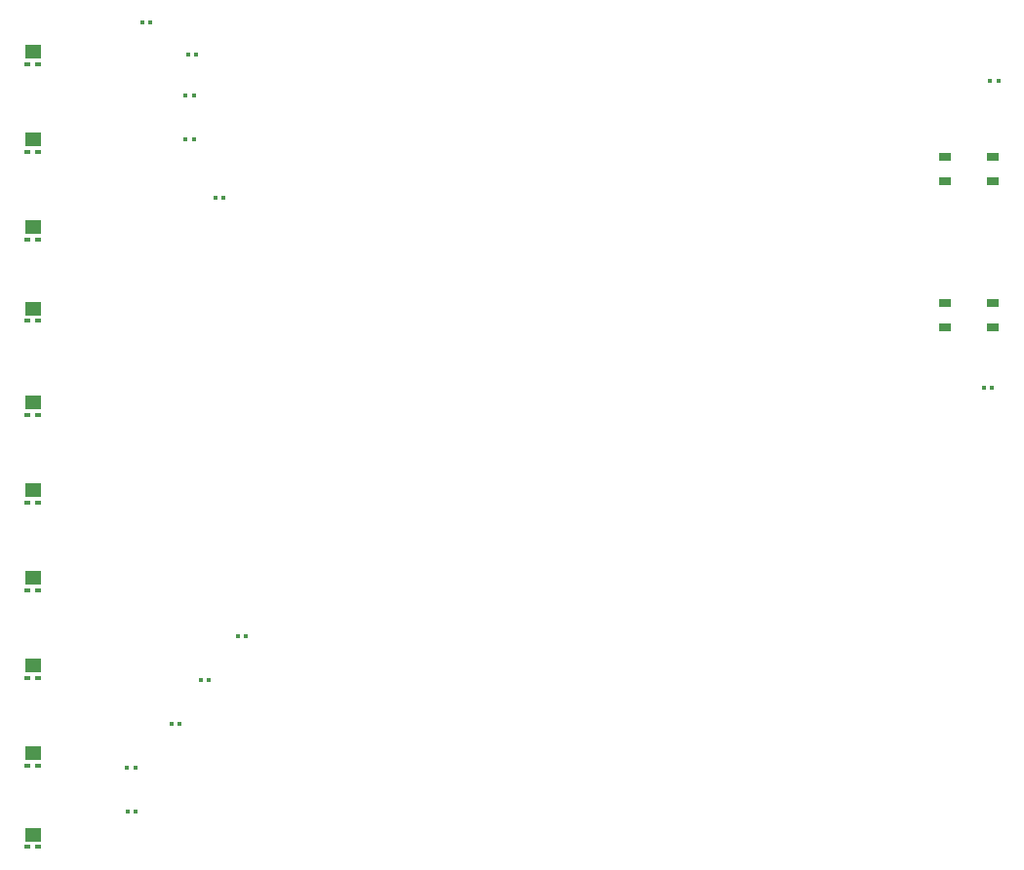
<source format=gbr>
%TF.GenerationSoftware,KiCad,Pcbnew,(7.0.0)*%
%TF.CreationDate,2023-05-31T23:54:01-06:00*%
%TF.ProjectId,Final Project - Shield (2),46696e61-6c20-4507-926f-6a656374202d,rev?*%
%TF.SameCoordinates,Original*%
%TF.FileFunction,Paste,Top*%
%TF.FilePolarity,Positive*%
%FSLAX46Y46*%
G04 Gerber Fmt 4.6, Leading zero omitted, Abs format (unit mm)*
G04 Created by KiCad (PCBNEW (7.0.0)) date 2023-05-31 23:54:01*
%MOMM*%
%LPD*%
G01*
G04 APERTURE LIST*
G04 Aperture macros list*
%AMRoundRect*
0 Rectangle with rounded corners*
0 $1 Rounding radius*
0 $2 $3 $4 $5 $6 $7 $8 $9 X,Y pos of 4 corners*
0 Add a 4 corners polygon primitive as box body*
4,1,4,$2,$3,$4,$5,$6,$7,$8,$9,$2,$3,0*
0 Add four circle primitives for the rounded corners*
1,1,$1+$1,$2,$3*
1,1,$1+$1,$4,$5*
1,1,$1+$1,$6,$7*
1,1,$1+$1,$8,$9*
0 Add four rect primitives between the rounded corners*
20,1,$1+$1,$2,$3,$4,$5,0*
20,1,$1+$1,$4,$5,$6,$7,0*
20,1,$1+$1,$6,$7,$8,$9,0*
20,1,$1+$1,$8,$9,$2,$3,0*%
G04 Aperture macros list end*
%ADD10R,0.550000X0.380000*%
%ADD11R,1.400000X1.200000*%
%ADD12RoundRect,0.079500X0.079500X0.100500X-0.079500X0.100500X-0.079500X-0.100500X0.079500X-0.100500X0*%
%ADD13R,1.050000X0.650000*%
%ADD14RoundRect,0.079500X-0.079500X-0.100500X0.079500X-0.100500X0.079500X0.100500X-0.079500X0.100500X0*%
G04 APERTURE END LIST*
D10*
%TO.C,D8*%
X102049999Y-120419999D03*
X101149999Y-120419999D03*
D11*
X101599999Y-119379999D03*
%TD*%
D12*
%TO.C,R4*%
X115570000Y-73660000D03*
X114880000Y-73660000D03*
%TD*%
D10*
%TO.C,D10*%
X102049999Y-135139999D03*
X101149999Y-135139999D03*
D11*
X101599999Y-134099999D03*
%TD*%
D13*
%TO.C,SW1*%
X180804999Y-75124999D03*
X184954999Y-75124999D03*
X180804999Y-77274999D03*
X184954999Y-77274999D03*
%TD*%
D12*
%TO.C,R10*%
X110515000Y-132080000D03*
X109825000Y-132080000D03*
%TD*%
D14*
%TO.C,R11*%
X184150000Y-95250000D03*
X184840000Y-95250000D03*
%TD*%
D12*
%TO.C,R8*%
X114325000Y-124460000D03*
X113635000Y-124460000D03*
%TD*%
D10*
%TO.C,D7*%
X102049999Y-112799999D03*
X101149999Y-112799999D03*
D11*
X101599999Y-111759999D03*
%TD*%
D12*
%TO.C,R6*%
X120070000Y-116840000D03*
X119380000Y-116840000D03*
%TD*%
%TO.C,R12*%
X111785000Y-63500000D03*
X111095000Y-63500000D03*
%TD*%
%TO.C,R2*%
X115810000Y-66302765D03*
X115120000Y-66302765D03*
%TD*%
D13*
%TO.C,SW2*%
X184954999Y-89974999D03*
X180804999Y-89974999D03*
X184954999Y-87824999D03*
X180804999Y-87824999D03*
%TD*%
D10*
%TO.C,D2*%
X102049999Y-74699999D03*
X101149999Y-74699999D03*
D11*
X101599999Y-73659999D03*
%TD*%
D14*
%TO.C,R1*%
X184730000Y-68580000D03*
X185420000Y-68580000D03*
%TD*%
D12*
%TO.C,R3*%
X115570000Y-69850000D03*
X114880000Y-69850000D03*
%TD*%
D10*
%TO.C,D1*%
X102049999Y-67079999D03*
X101149999Y-67079999D03*
D11*
X101599999Y-66039999D03*
%TD*%
D10*
%TO.C,D9*%
X102049999Y-128039999D03*
X101149999Y-128039999D03*
D11*
X101599999Y-126999999D03*
%TD*%
D10*
%TO.C,D6*%
X102049999Y-105179999D03*
X101149999Y-105179999D03*
D11*
X101599999Y-104139999D03*
%TD*%
D10*
%TO.C,D3*%
X102049999Y-82319999D03*
X101149999Y-82319999D03*
D11*
X101599999Y-81279999D03*
%TD*%
D12*
%TO.C,R7*%
X116865000Y-120650000D03*
X116175000Y-120650000D03*
%TD*%
D10*
%TO.C,D4*%
X102049999Y-89419999D03*
X101149999Y-89419999D03*
D11*
X101599999Y-88379999D03*
%TD*%
D10*
%TO.C,D5*%
X102049999Y-97559999D03*
X101149999Y-97559999D03*
D11*
X101599999Y-96519999D03*
%TD*%
D12*
%TO.C,R9*%
X110490000Y-128270000D03*
X109800000Y-128270000D03*
%TD*%
%TO.C,R5*%
X118135000Y-78740000D03*
X117445000Y-78740000D03*
%TD*%
M02*

</source>
